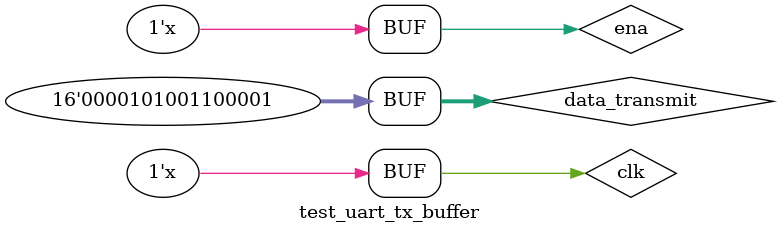
<source format=v>
`timescale 1ns / 1ps


module test_uart_tx_buffer(

    );
    
    reg clk = 0;
    always #1 clk = ~clk;
    
    reg ena, sent;
    initial
    begin
    ena = 0;
    end
    
    always
    #2 ena = ~ena;
    
    reg [15:0] data_transmit = { 8'd10, 8'd97 };
    
    parameter LEN = 2;
    
    reg last_ena;
    reg last_tx_sent;
    reg tx_ena;
    reg sending = 0;
    reg [7:0] count;
    reg [(LEN+1)*8-1:0] send_buf;
    
    uart_tx transmitter(clk, send_buf[(LEN+1)*8-1:LEN*8], tx_ena, tx_sent, bit_out);
    
    always @(posedge clk)
    begin
        if (~sending & ~last_ena & ena) begin
            send_buf <= { 8'd0, data_transmit };
            sending <= 1;
            sent <= 0;
            tx_ena <= 0;
            count <= 8'd255; 
        end
        
        if (sending & ~tx_ena & count != LEN-1) begin
            count <= count + 1;
            send_buf <= { send_buf[LEN*8-1:0], 8'd0 };
            tx_ena <= 1;
        end
        
        if (tx_sent & ~last_tx_sent) begin
            tx_ena <= 0;
            if (count == LEN-1) begin
                sent <= 1;
                sending <= 0;
            end
        end
        
        last_tx_sent <= tx_sent;
        last_ena <= ena;
    end
endmodule

</source>
